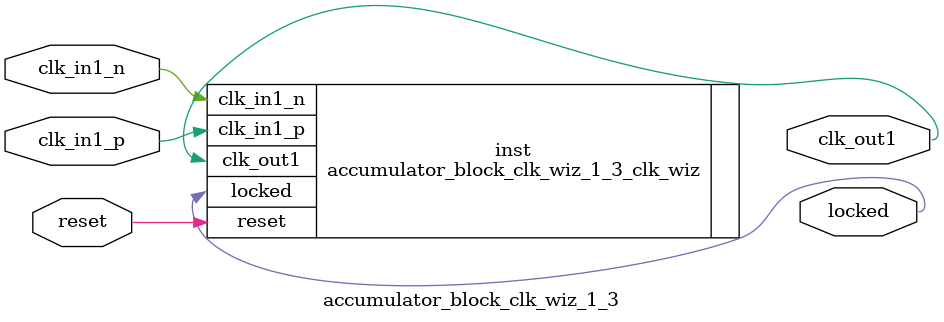
<source format=v>


`timescale 1ps/1ps

(* CORE_GENERATION_INFO = "accumulator_block_clk_wiz_1_3,clk_wiz_v6_0_0_0,{component_name=accumulator_block_clk_wiz_1_3,use_phase_alignment=false,use_min_o_jitter=false,use_max_i_jitter=false,use_dyn_phase_shift=false,use_inclk_switchover=false,use_dyn_reconfig=false,enable_axi=0,feedback_source=FDBK_AUTO,PRIMITIVE=MMCM,num_out_clk=1,clkin1_period=4.000,clkin2_period=10.0,use_power_down=false,use_reset=true,use_locked=true,use_inclk_stopped=false,feedback_type=SINGLE,CLOCK_MGR_TYPE=NA,manual_override=false}" *)

module accumulator_block_clk_wiz_1_3 
 (
  // Clock out ports
  output        clk_out1,
  // Status and control signals
  input         reset,
  output        locked,
 // Clock in ports
  input         clk_in1_p,
  input         clk_in1_n
 );

  accumulator_block_clk_wiz_1_3_clk_wiz inst
  (
  // Clock out ports  
  .clk_out1(clk_out1),
  // Status and control signals               
  .reset(reset), 
  .locked(locked),
 // Clock in ports
  .clk_in1_p(clk_in1_p),
  .clk_in1_n(clk_in1_n)
  );

endmodule

</source>
